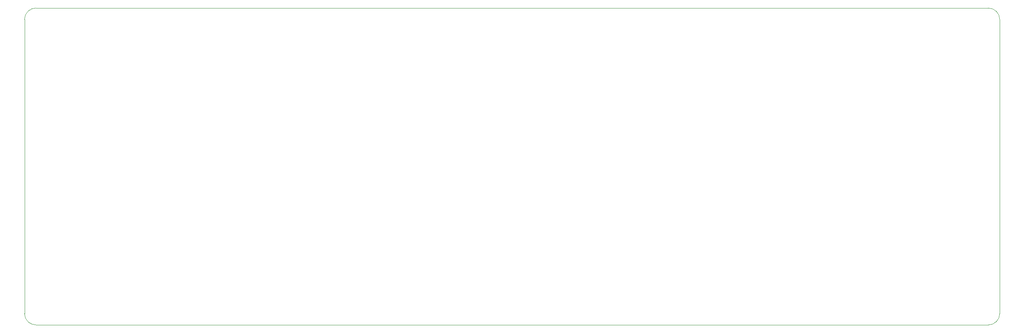
<source format=gbr>
G04 #@! TF.GenerationSoftware,KiCad,Pcbnew,5.1.5-5.1.5*
G04 #@! TF.CreationDate,2020-10-27T19:45:11+01:00*
G04 #@! TF.ProjectId,theresynth,74686572-6573-4796-9e74-682e6b696361,rev?*
G04 #@! TF.SameCoordinates,Original*
G04 #@! TF.FileFunction,Profile,NP*
%FSLAX46Y46*%
G04 Gerber Fmt 4.6, Leading zero omitted, Abs format (unit mm)*
G04 Created by KiCad (PCBNEW 5.1.5-5.1.5) date 2020-10-27 19:45:11*
%MOMM*%
%LPD*%
G04 APERTURE LIST*
%ADD10C,0.050000*%
G04 APERTURE END LIST*
D10*
X44000000Y-62300000D02*
G75*
G02X46500000Y-59800000I2500000J0D01*
G01*
X255500000Y-59800000D02*
G75*
G02X258000000Y-62300000I0J-2500000D01*
G01*
X258000000Y-127000000D02*
G75*
G02X255500000Y-129500000I-2500000J0D01*
G01*
X46500000Y-129500000D02*
G75*
G02X44000000Y-127000000I0J2500000D01*
G01*
X255500000Y-59800000D02*
X46500000Y-59800000D01*
X258000000Y-127000000D02*
X258000000Y-62300000D01*
X46500000Y-129500000D02*
X255500000Y-129500000D01*
X44000000Y-62300000D02*
X44000000Y-127000000D01*
M02*

</source>
